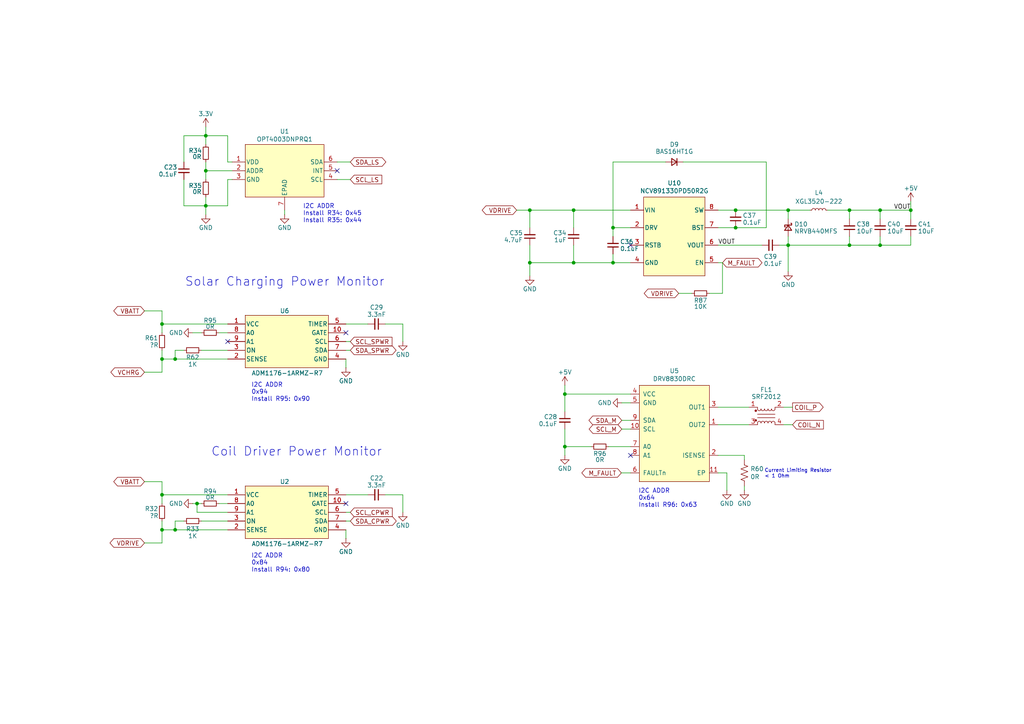
<source format=kicad_sch>
(kicad_sch (version 20231120) (generator "eeschema") (generator_version "8.0")
  (paper "A4")
  (lib_symbols
    (symbol "Device:C_Small" (pin_numbers hide) (pin_names (offset 0.254) hide)
      (property "Reference" "C" (at 0.254 1.778 0))
      (property "Value" "C_Small" (at 0.254 -2.032 0))
      (symbol "C_Small_0_1"
        (polyline (pts (xy -1.524 -0.508) (xy 1.524 -0.508)) (stroke (width 0.3302)))
        (polyline (pts (xy -1.524 0.508) (xy 1.524 0.508)) (stroke (width 0.3048)))
      )
      (symbol "C_Small_1_1"
        (pin passive line (at 0 2.54 270) (length 2.032) (name "~") (number "1"))
        (pin passive line (at 0 -2.54 90) (length 2.032) (name "~") (number "2"))
      )
    )
    (symbol "Device:D_Schottky_Small" (pin_numbers hide) (pin_names (offset 0.254) hide)
      (property "Reference" "D" (at -1.27 2.032 0))
      (property "Value" "D_Schottky_Small" (at -7.112 -2.032 0))
      (symbol "D_Schottky_Small_0_1"
        (polyline (pts (xy -0.762 0) (xy 0.762 0)))
        (polyline (pts (xy 0.762 -1.016) (xy -0.762 0) (xy 0.762 1.016) (xy 0.762 -1.016)) (stroke (width 0.254)))
        (polyline (pts (xy -1.27 0.762) (xy -1.27 1.016) (xy -0.762 1.016) (xy -0.762 -1.016) (xy -0.254 -1.016) (xy -0.254 -0.762)) (stroke (width 0.254)))
      )
      (symbol "D_Schottky_Small_1_1"
        (pin passive line (at -2.54 0 0) (length 1.778) (name "K") (number "1"))
        (pin passive line (at 2.54 0 180) (length 1.778) (name "A") (number "2"))
      )
    )
    (symbol "Device:D_Small" (pin_numbers hide) (pin_names (offset 0.254) hide)
      (property "Reference" "D" (at -1.27 2.032 0))
      (property "Value" "D_Small" (at -3.81 -2.032 0))
      (symbol "D_Small_0_1"
        (polyline (pts (xy -0.762 -1.016) (xy -0.762 1.016)) (stroke (width 0.254)))
        (polyline (pts (xy -0.762 0) (xy 0.762 0)))
        (polyline (pts (xy 0.762 -1.016) (xy -0.762 0) (xy 0.762 1.016) (xy 0.762 -1.016)) (stroke (width 0.254)))
      )
      (symbol "D_Small_1_1"
        (pin passive line (at -2.54 0 0) (length 1.778) (name "K") (number "1"))
        (pin passive line (at 2.54 0 180) (length 1.778) (name "A") (number "2"))
      )
    )
    (symbol "Device:Filter_EMI_CommonMode" (pin_names (offset 0.254) hide)
      (property "Reference" "FL" (at 0 4.445 0))
      (property "Value" "Filter_EMI_CommonMode" (at 0 -4.445 0))
      (symbol "Filter_EMI_CommonMode_0_1"
        (circle (center -3.048 -1.27) (radius 0.254) (fill (type outline)))
        (circle (center -3.048 1.524) (radius 0.254) (fill (type outline)))
        (arc (start -2.54 2.032) (mid -2.032 1.5262) (end -1.524 2.032))
        (arc (start -1.524 -2.032) (mid -2.032 -1.5262) (end -2.54 -2.032))
        (arc (start -1.524 2.032) (mid -1.016 1.5262) (end -0.508 2.032))
        (arc (start -0.508 -2.032) (mid -1.016 -1.5262) (end -1.524 -2.032))
        (arc (start -0.508 2.032) (mid 0 1.5262) (end 0.508 2.032))
        (polyline (pts (xy -2.54 -2.032) (xy -2.54 -2.54)))
        (polyline (pts (xy -2.54 0.508) (xy 2.54 0.508)))
        (polyline (pts (xy -2.54 2.032) (xy -2.54 2.54)))
        (polyline (pts (xy 2.54 -2.032) (xy 2.54 -2.54)))
        (polyline (pts (xy 2.54 -0.508) (xy -2.54 -0.508)))
        (polyline (pts (xy 2.54 2.54) (xy 2.54 2.032)))
        (arc (start 0.508 -2.032) (mid 0 -1.5262) (end -0.508 -2.032))
        (arc (start 0.508 2.032) (mid 1.016 1.5262) (end 1.524 2.032))
        (arc (start 1.524 -2.032) (mid 1.016 -1.5262) (end 0.508 -2.032))
        (arc (start 1.524 2.032) (mid 2.032 1.5262) (end 2.54 2.032))
        (arc (start 2.54 -2.032) (mid 2.032 -1.5262) (end 1.524 -2.032))
      )
      (symbol "Filter_EMI_CommonMode_1_1"
        (pin passive line (at -5.08 2.54 0) (length 2.54) (name "1") (number "1"))
        (pin passive line (at 5.08 2.54 180) (length 2.54) (name "2") (number "2"))
        (pin passive line (at -5.08 -2.54 0) (length 2.54) (name "3") (number "3"))
        (pin passive line (at 5.08 -2.54 180) (length 2.54) (name "4") (number "4"))
      )
    )
    (symbol "Device:L_Small" (pin_numbers hide) (pin_names (offset 0.254) hide)
      (property "Reference" "L" (at 0.762 1.016 0))
      (property "Value" "L_Small" (at 0.762 -1.016 0))
      (symbol "L_Small_0_1"
        (arc (start 0 -2.032) (mid 0.5058 -1.524) (end 0 -1.016))
        (arc (start 0 -1.016) (mid 0.5058 -0.508) (end 0 0))
        (arc (start 0 0) (mid 0.5058 0.508) (end 0 1.016))
        (arc (start 0 1.016) (mid 0.5058 1.524) (end 0 2.032))
      )
      (symbol "L_Small_1_1"
        (pin passive line (at 0 2.54 270) (length 0.508) (name "~") (number "1"))
        (pin passive line (at 0 -2.54 90) (length 0.508) (name "~") (number "2"))
      )
    )
    (symbol "Device:R_Small" (pin_numbers hide) (pin_names (offset 0.254) hide)
      (property "Reference" "R" (at 0.762 0.508 0))
      (property "Value" "R_Small" (at 0.762 -1.016 0))
      (symbol "R_Small_0_1"
        (rectangle (start -0.762 1.778) (end 0.762 -1.778) (stroke (width 0.2032)))
      )
      (symbol "R_Small_1_1"
        (pin passive line (at 0 2.54 270) (length 0.762) (name "~") (number "1"))
        (pin passive line (at 0 -2.54 90) (length 0.762) (name "~") (number "2"))
      )
    )
    (symbol "Device:R_US" (pin_numbers hide) (pin_names (offset 0))
      (property "Reference" "R" (at 2.54 0 90))
      (property "Value" "R_US" (at -2.54 0 90))
      (symbol "R_US_0_1"
        (polyline (pts (xy 0 -2.286) (xy 0 -2.54)))
        (polyline (pts (xy 0 2.286) (xy 0 2.54)))
        (polyline (pts (xy 0 -0.762) (xy 1.016 -1.143) (xy 0 -1.524) (xy -1.016 -1.905) (xy 0 -2.286)))
        (polyline (pts (xy 0 0.762) (xy 1.016 0.381) (xy 0 0) (xy -1.016 -0.381) (xy 0 -0.762)))
        (polyline (pts (xy 0 2.286) (xy 1.016 1.905) (xy 0 1.524) (xy -1.016 1.143) (xy 0 0.762)))
      )
      (symbol "R_US_1_1"
        (pin passive line (at 0 3.81 270) (length 1.27) (name "~") (number "1"))
        (pin passive line (at 0 -3.81 90) (length 1.27) (name "~") (number "2"))
      )
    )
    (symbol "Mainboard:ADM1176-1ARMZ-R7" (pin_names (offset 0.254))
      (property "Reference" "U9" (at 0 8.89 0))
      (property "Value" "ADM1176-1ARMZ-R7" (at 0.762 -9.144 0))
      (symbol "ADM1176-1ARMZ-R7_1_0"
        (pin unspecified line (at -16.51 5.08 0) (length 5.08) (name "VCC") (number "1"))
        (pin unspecified line (at 17.78 2.54 180) (length 5.08) (name "GATE") (number "10"))
        (pin unspecified line (at -16.51 -5.08 0) (length 5.08) (name "SENSE") (number "2"))
        (pin unspecified line (at -16.51 -2.54 0) (length 5.08) (name "ON") (number "3"))
        (pin unspecified line (at 17.78 -5.08 180) (length 5.08) (name "GND") (number "4"))
        (pin unspecified line (at 17.78 5.08 180) (length 5.08) (name "TIMER") (number "5"))
        (pin unspecified line (at 17.78 0 180) (length 5.08) (name "SCL") (number "6"))
        (pin unspecified line (at 17.78 -2.54 180) (length 5.08) (name "SDA") (number "7"))
        (pin unspecified line (at -16.51 2.54 0) (length 5.08) (name "A0") (number "8"))
        (pin unspecified line (at -16.51 0 0) (length 5.08) (name "A1") (number "9"))
      )
      (symbol "ADM1176-1ARMZ-R7_1_1"
        (rectangle (start -11.43 7.62) (end 12.7 -7.62) (fill (type background)))
      )
    )
    (symbol "SolarPanels:NCV891330PD50R2G" (pin_names (offset 0.254))
      (property "Reference" "U" (at 0 16.256 0))
      (property "Value" "NCV891330PD50R2G" (at 0 13.208 0))
      (symbol "NCV891330PD50R2G_1_1"
        (rectangle (start -8.89 11.43) (end 8.89 -11.43) (fill (type background)))
        (pin input line (at -12.7 7.62 0) (length 3.81) (name "VIN") (number "1"))
        (pin output line (at -12.7 2.54 0) (length 3.81) (name "DRV") (number "2"))
        (pin output line (at -12.7 -2.54 0) (length 3.81) (name "RSTB") (number "3"))
        (pin power_in line (at -12.7 -7.62 0) (length 3.81) (name "GND") (number "4"))
        (pin input line (at 12.7 -7.62 180) (length 3.81) (name "EN") (number "5"))
        (pin output line (at 12.7 -2.54 180) (length 3.81) (name "VOUT") (number "6"))
        (pin input line (at 12.7 2.54 180) (length 3.81) (name "BST") (number "7"))
        (pin output line (at 12.7 7.62 180) (length 3.81) (name "SW") (number "8"))
        (pin power_in line (at -12.7 -7.62 0) (length 3.81) hide (name "GND") (number "9"))
      )
    )
    (symbol "SolarPanels:OPT4003DNPRQ1" (pin_names (offset 0.254))
      (property "Reference" "U" (at 0 11.938 0))
      (property "Value" "OPT4003DNPRQ1" (at 0 9.398 0))
      (symbol "OPT4003DNPRQ1_1_1"
        (rectangle (start -11.43 7.62) (end 11.43 -7.62) (fill (type background)))
        (pin input line (at -15.24 2.54 0) (length 3.81) (name "VDD") (number "1"))
        (pin input line (at -15.24 0 0) (length 3.81) (name "ADDR") (number "2"))
        (pin power_in line (at -15.24 -2.54 0) (length 3.81) (name "GND") (number "3"))
        (pin input line (at 15.24 -2.54 180) (length 3.81) (name "SCL") (number "4"))
        (pin bidirectional line (at 15.24 0 180) (length 3.81) (name "INT") (number "5"))
        (pin bidirectional line (at 15.24 2.54 180) (length 3.81) (name "SDA") (number "6"))
        (pin power_out line (at 0 -11.43 90) (length 3.81) (name "EPAD") (number "7"))
      )
    )
    (symbol "mainboard:DRV8830DRC" (pin_names (offset 1.016))
      (property "Reference" "U" (at -8.89 15.24 0))
      (property "Value" "DRV8830DRC" (at -3.81 -15.24 0))
      (symbol "DRV8830DRC_0_1"
        (rectangle (start -10.16 13.97) (end 10.16 -13.97) (fill (type background)))
      )
      (symbol "DRV8830DRC_1_1"
        (pin passive line (at 12.7 2.54 180) (length 2.54) (name "OUT2") (number "1"))
        (pin passive line (at -12.7 1.27 0) (length 2.54) (name "SCL") (number "10"))
        (pin power_in line (at 12.7 -11.43 180) (length 2.54) (name "EP") (number "11"))
        (pin passive line (at 12.7 -6.35 180) (length 2.54) (name "ISENSE") (number "2"))
        (pin passive line (at 12.7 7.62 180) (length 2.54) (name "OUT1") (number "3"))
        (pin power_in line (at -12.7 11.43 0) (length 2.54) (name "VCC") (number "4"))
        (pin power_in line (at -12.7 8.89 0) (length 2.54) (name "GND") (number "5"))
        (pin open_collector line (at -12.7 -11.43 0) (length 2.54) (name "FAULTn") (number "6"))
        (pin passive line (at -12.7 -3.81 0) (length 2.54) (name "A0") (number "7"))
        (pin passive line (at -12.7 -6.35 0) (length 2.54) (name "A1") (number "8"))
        (pin passive line (at -12.7 3.81 0) (length 2.54) (name "SDA") (number "9"))
      )
    )
    (symbol "power:+3.3V" (power) (pin_numbers hide) (pin_names (offset 0) hide)
      (property "Value" "+3.3V" (at 0 3.556 0))
      (symbol "+3.3V_0_1"
        (polyline (pts (xy -0.762 1.27) (xy 0 2.54)))
        (polyline (pts (xy 0 0) (xy 0 2.54)))
        (polyline (pts (xy 0 2.54) (xy 0.762 1.27)))
      )
      (symbol "+3.3V_1_1"
        (pin power_in line (at 0 0 90) (length 0) (name "~") (number "1"))
      )
    )
    (symbol "power:+5V" (power) (pin_numbers hide) (pin_names (offset 0) hide)
      (property "Value" "+5V" (at 0 3.556 0))
      (symbol "+5V_0_1"
        (polyline (pts (xy -0.762 1.27) (xy 0 2.54)))
        (polyline (pts (xy 0 0) (xy 0 2.54)))
        (polyline (pts (xy 0 2.54) (xy 0.762 1.27)))
      )
      (symbol "+5V_1_1"
        (pin power_in line (at 0 0 90) (length 0) (name "~") (number "1"))
      )
    )
    (symbol "power:GND" (power) (pin_numbers hide) (pin_names (offset 0) hide)
      (property "Value" "GND" (at 0 -3.81 0))
      (symbol "GND_0_1"
        (polyline (pts (xy 0 0) (xy 0 -1.27) (xy 1.27 -1.27) (xy 0 -2.54) (xy -1.27 -1.27) (xy 0 -1.27)))
      )
      (symbol "GND_1_1"
        (pin power_in line (at 0 0 270) (length 0) (name "~") (number "1"))
      )
    )
  )
  (junction (at 228.6 60.96))
  (junction (at 57.15 146.05))
  (junction (at 46.99 143.51))
  (junction (at 46.99 153.67))
  (junction (at 163.83 129.54))
  (junction (at 255.27 71.12))
  (junction (at 255.27 60.96))
  (junction (at 177.8 76.2))
  (junction (at 46.99 93.98))
  (junction (at 50.8 104.14))
  (junction (at 213.36 66.04))
  (junction (at 163.83 114.3))
  (junction (at 246.38 60.96))
  (junction (at 246.38 71.12))
  (junction (at 59.69 39.37))
  (junction (at 177.8 66.04))
  (junction (at 59.69 49.53))
  (junction (at 46.99 104.14))
  (junction (at 153.67 60.96))
  (junction (at 50.8 153.67))
  (junction (at 213.36 60.96))
  (junction (at 166.37 60.96))
  (junction (at 166.37 76.2))
  (junction (at 59.69 59.69))
  (junction (at 153.67 76.2))
  (junction (at 264.16 60.96))
  (junction (at 228.6 71.12))
  (no_connect (at 100.33 96.52))
  (no_connect (at 97.79 49.53))
  (no_connect (at 100.33 146.05))
  (no_connect (at 182.88 132.08))
  (no_connect (at 66.04 99.06))
  (no_connect (at 182.88 71.12))
  (wire (pts (xy 208.28 137.16) (xy 210.82 137.16)))
  (wire (pts (xy 177.8 76.2) (xy 166.37 76.2)))
  (wire (pts (xy 66.04 101.6) (xy 58.42 101.6)))
  (wire (pts (xy 166.37 60.96) (xy 153.67 60.96)))
  (wire (pts (xy 66.04 39.37) (xy 59.69 39.37)))
  (wire (pts (xy 59.69 57.15) (xy 59.69 59.69)))
  (wire (pts (xy 53.34 59.69) (xy 59.69 59.69)))
  (wire (pts (xy 227.33 123.19) (xy 229.87 123.19)))
  (wire (pts (xy 57.15 148.59) (xy 66.04 148.59)))
  (wire (pts (xy 153.67 76.2) (xy 153.67 80.01)))
  (wire (pts (xy 166.37 71.12) (xy 166.37 76.2)))
  (wire (pts (xy 177.8 46.99) (xy 193.04 46.99)))
  (wire (pts (xy 100.33 143.51) (xy 106.68 143.51)))
  (wire (pts (xy 208.28 118.11) (xy 217.17 118.11)))
  (wire (pts (xy 163.83 114.3) (xy 163.83 119.38)))
  (wire (pts (xy 163.83 111.76) (xy 163.83 114.3)))
  (wire (pts (xy 255.27 60.96) (xy 246.38 60.96)))
  (wire (pts (xy 55.88 96.52) (xy 58.42 96.52)))
  (wire (pts (xy 213.36 60.96) (xy 228.6 60.96)))
  (wire (pts (xy 59.69 62.23) (xy 59.69 59.69)))
  (wire (pts (xy 222.25 66.04) (xy 213.36 66.04)))
  (wire (pts (xy 177.8 66.04) (xy 177.8 46.99)))
  (wire (pts (xy 246.38 60.96) (xy 246.38 63.5)))
  (wire (pts (xy 228.6 60.96) (xy 228.6 63.5)))
  (wire (pts (xy 264.16 68.58) (xy 264.16 71.12)))
  (wire (pts (xy 46.99 153.67) (xy 50.8 153.67)))
  (wire (pts (xy 59.69 39.37) (xy 59.69 41.91)))
  (wire (pts (xy 264.16 63.5) (xy 264.16 60.96)))
  (wire (pts (xy 182.88 76.2) (xy 177.8 76.2)))
  (wire (pts (xy 209.55 76.2) (xy 208.28 76.2)))
  (wire (pts (xy 116.84 143.51) (xy 116.84 148.59)))
  (wire (pts (xy 228.6 60.96) (xy 234.95 60.96)))
  (wire (pts (xy 208.28 123.19) (xy 217.17 123.19)))
  (wire (pts (xy 57.15 146.05) (xy 57.15 148.59)))
  (wire (pts (xy 50.8 104.14) (xy 66.04 104.14)))
  (wire (pts (xy 163.83 114.3) (xy 182.88 114.3)))
  (wire (pts (xy 46.99 93.98) (xy 46.99 96.52)))
  (wire (pts (xy 50.8 151.13) (xy 50.8 153.67)))
  (wire (pts (xy 228.6 78.74) (xy 228.6 71.12)))
  (wire (pts (xy 215.9 132.08) (xy 215.9 133.35)))
  (wire (pts (xy 208.28 132.08) (xy 215.9 132.08)))
  (wire (pts (xy 53.34 52.07) (xy 53.34 59.69)))
  (wire (pts (xy 153.67 71.12) (xy 153.67 76.2)))
  (wire (pts (xy 41.91 139.7) (xy 46.99 139.7)))
  (wire (pts (xy 50.8 153.67) (xy 66.04 153.67)))
  (wire (pts (xy 255.27 71.12) (xy 246.38 71.12)))
  (wire (pts (xy 205.74 85.09) (xy 209.55 85.09)))
  (wire (pts (xy 209.55 76.2) (xy 209.55 85.09)))
  (wire (pts (xy 182.88 66.04) (xy 177.8 66.04)))
  (wire (pts (xy 153.67 60.96) (xy 153.67 66.04)))
  (wire (pts (xy 46.99 93.98) (xy 46.99 90.17)))
  (wire (pts (xy 116.84 143.51) (xy 111.76 143.51)))
  (wire (pts (xy 100.33 156.21) (xy 100.33 153.67)))
  (wire (pts (xy 163.83 129.54) (xy 163.83 132.08)))
  (wire (pts (xy 246.38 71.12) (xy 228.6 71.12)))
  (wire (pts (xy 66.04 52.07) (xy 67.31 52.07)))
  (wire (pts (xy 46.99 143.51) (xy 66.04 143.51)))
  (wire (pts (xy 255.27 60.96) (xy 264.16 60.96)))
  (wire (pts (xy 59.69 39.37) (xy 53.34 39.37)))
  (wire (pts (xy 100.33 106.68) (xy 100.33 104.14)))
  (wire (pts (xy 46.99 143.51) (xy 46.99 146.05)))
  (wire (pts (xy 46.99 104.14) (xy 46.99 107.95)))
  (wire (pts (xy 182.88 116.84) (xy 180.34 116.84)))
  (wire (pts (xy 97.79 46.99) (xy 101.6 46.99)))
  (wire (pts (xy 180.213 137.16) (xy 182.88 137.16)))
  (wire (pts (xy 46.99 104.14) (xy 50.8 104.14)))
  (wire (pts (xy 53.34 101.6) (xy 50.8 101.6)))
  (wire (pts (xy 63.5 96.52) (xy 66.04 96.52)))
  (wire (pts (xy 101.6 148.59) (xy 100.33 148.59)))
  (wire (pts (xy 59.69 49.53) (xy 59.69 52.07)))
  (wire (pts (xy 255.27 71.12) (xy 264.16 71.12)))
  (wire (pts (xy 101.6 99.06) (xy 100.33 99.06)))
  (wire (pts (xy 41.91 157.48) (xy 46.99 157.48)))
  (wire (pts (xy 82.55 62.23) (xy 82.55 60.96)))
  (wire (pts (xy 46.99 151.13) (xy 46.99 153.67)))
  (wire (pts (xy 55.88 146.05) (xy 57.15 146.05)))
  (wire (pts (xy 53.34 39.37) (xy 53.34 46.99)))
  (wire (pts (xy 198.12 46.99) (xy 222.25 46.99)))
  (wire (pts (xy 176.53 129.54) (xy 182.88 129.54)))
  (wire (pts (xy 50.8 101.6) (xy 50.8 104.14)))
  (wire (pts (xy 246.38 68.58) (xy 246.38 71.12)))
  (wire (pts (xy 41.91 90.17) (xy 46.99 90.17)))
  (wire (pts (xy 97.79 52.07) (xy 101.6 52.07)))
  (wire (pts (xy 227.33 118.11) (xy 229.87 118.11)))
  (wire (pts (xy 46.99 153.67) (xy 46.99 157.48)))
  (wire (pts (xy 66.04 46.99) (xy 66.04 39.37)))
  (wire (pts (xy 215.9 140.97) (xy 215.9 142.24)))
  (wire (pts (xy 163.83 124.46) (xy 163.83 129.54)))
  (wire (pts (xy 41.91 107.95) (xy 46.99 107.95)))
  (wire (pts (xy 46.99 93.98) (xy 66.04 93.98)))
  (wire (pts (xy 240.03 60.96) (xy 246.38 60.96)))
  (wire (pts (xy 196.85 85.09) (xy 200.66 85.09)))
  (wire (pts (xy 149.86 60.96) (xy 153.67 60.96)))
  (wire (pts (xy 46.99 143.51) (xy 46.99 139.7)))
  (wire (pts (xy 166.37 60.96) (xy 166.37 66.04)))
  (wire (pts (xy 66.04 59.69) (xy 59.69 59.69)))
  (wire (pts (xy 67.31 46.99) (xy 66.04 46.99)))
  (wire (pts (xy 59.69 36.83) (xy 59.69 39.37)))
  (wire (pts (xy 116.84 93.98) (xy 116.84 99.06)))
  (wire (pts (xy 226.06 71.12) (xy 228.6 71.12)))
  (wire (pts (xy 58.42 151.13) (xy 66.04 151.13)))
  (wire (pts (xy 182.88 60.96) (xy 166.37 60.96)))
  (wire (pts (xy 182.88 121.92) (xy 180.34 121.92)))
  (wire (pts (xy 182.88 124.46) (xy 180.34 124.46)))
  (wire (pts (xy 264.16 58.42) (xy 264.16 60.96)))
  (wire (pts (xy 222.25 46.99) (xy 222.25 66.04)))
  (wire (pts (xy 255.27 68.58) (xy 255.27 71.12)))
  (wire (pts (xy 63.5 146.05) (xy 66.04 146.05)))
  (wire (pts (xy 163.83 129.54) (xy 171.45 129.54)))
  (wire (pts (xy 100.33 93.98) (xy 106.68 93.98)))
  (wire (pts (xy 213.36 66.04) (xy 208.28 66.04)))
  (wire (pts (xy 228.6 71.12) (xy 228.6 68.58)))
  (wire (pts (xy 59.69 49.53) (xy 67.31 49.53)))
  (wire (pts (xy 210.82 137.16) (xy 210.82 142.24)))
  (wire (pts (xy 53.34 151.13) (xy 50.8 151.13)))
  (wire (pts (xy 46.99 101.6) (xy 46.99 104.14)))
  (wire (pts (xy 166.37 76.2) (xy 153.67 76.2)))
  (wire (pts (xy 177.8 73.66) (xy 177.8 76.2)))
  (wire (pts (xy 255.27 60.96) (xy 255.27 63.5)))
  (wire (pts (xy 208.28 60.96) (xy 213.36 60.96)))
  (wire (pts (xy 116.84 93.98) (xy 111.76 93.98)))
  (wire (pts (xy 177.8 66.04) (xy 177.8 68.58)))
  (wire (pts (xy 208.28 71.12) (xy 220.98 71.12)))
  (wire (pts (xy 101.6 101.6) (xy 100.33 101.6)))
  (wire (pts (xy 59.69 49.53) (xy 59.69 46.99)))
  (wire (pts (xy 58.42 146.05) (xy 57.15 146.05)))
  (wire (pts (xy 101.6 151.13) (xy 100.33 151.13)))
  (wire (pts (xy 66.04 52.07) (xy 66.04 59.69)))
  (text "Solar Charging Power Monitor" (at 53.594 83.312 0) (effects (font (size 2.54 2.54)) (justify left bottom)))
  (text "I2C ADDR\nInstall R34: 0x45\nInstall R35: 0x44" (at 87.884 64.77 0) (effects (font (size 1.27 1.27)) (justify left bottom)))
  (text "Coil Driver Power Monitor" (at 61.214 132.588 0) (effects (font (size 2.54 2.54)) (justify left bottom)))
  (text "Current Limiting Resistor\n< 1 Ohm" (at 221.742 138.811 0) (effects (font (size 1.016 1.016)) (justify left bottom)))
  (text "I2C ADDR\n0x94\nInstall R95: 0x90" (at 72.898 116.586 0) (effects (font (size 1.27 1.27)) (justify left bottom)))
  (text "I2C ADDR\n0x84\nInstall R94: 0x80" (at 72.898 166.116 0) (effects (font (size 1.27 1.27)) (justify left bottom)))
  (text "I2C ADDR\n0x64\nInstall R96: 0x63" (at 185.166 147.32 0) (effects (font (size 1.27 1.27)) (justify left bottom)))
  (label "VOUT" (at 208.28 71.12 0))
  (label "VOUT" (at 264.16 60.96 180))
  (global_label "SDA_CPWR" (shape bidirectional) (at 101.6 151.13 0) (property "Intersheetrefs" "${INTERSHEET_REFS}" (effects (hide yes))))
  (global_label "SDA_LS" (shape bidirectional) (at 101.6 46.99 0) (property "Intersheetrefs" "${INTERSHEET_REFS}" (effects (hide yes))))
  (global_label "SCL_M" (shape bidirectional) (at 180.34 124.46 180) (property "Intersheetrefs" "${INTERSHEET_REFS}" (effects (hide yes))))
  (global_label "VBATT" (shape bidirectional) (at 41.91 90.17 180) (property "Intersheetrefs" "${INTERSHEET_REFS}" (effects (hide yes))))
  (global_label "SCL_SPWR" (shape input) (at 101.6 99.06 0) (property "Intersheetrefs" "${INTERSHEET_REFS}" (effects (hide yes))))
  (global_label "M_FAULT" (shape bidirectional) (at 180.213 137.16 180) (property "Intersheetrefs" "${INTERSHEET_REFS}" (effects (hide yes))))
  (global_label "SCL_LS" (shape input) (at 101.6 52.07 0) (property "Intersheetrefs" "${INTERSHEET_REFS}" (effects (hide yes))))
  (global_label "VDRIVE" (shape bidirectional) (at 149.86 60.96 180) (property "Intersheetrefs" "${INTERSHEET_REFS}" (effects (hide yes))))
  (global_label "COIL_N" (shape input) (at 229.87 123.19 0) (property "Intersheetrefs" "${INTERSHEET_REFS}" (effects (hide yes))))
  (global_label "VCHRG" (shape bidirectional) (at 41.91 107.95 180) (property "Intersheetrefs" "${INTERSHEET_REFS}" (effects (hide yes))))
  (global_label "SDA_SPWR" (shape bidirectional) (at 101.6 101.6 0) (property "Intersheetrefs" "${INTERSHEET_REFS}" (effects (hide yes))))
  (global_label "SCL_CPWR" (shape input) (at 101.6 148.59 0) (property "Intersheetrefs" "${INTERSHEET_REFS}" (effects (hide yes))))
  (global_label "VDRIVE" (shape bidirectional) (at 196.85 85.09 180) (property "Intersheetrefs" "${INTERSHEET_REFS}" (effects (hide yes))))
  (global_label "SDA_M" (shape bidirectional) (at 180.34 121.92 180) (property "Intersheetrefs" "${INTERSHEET_REFS}" (effects (hide yes))))
  (global_label "VBATT" (shape bidirectional) (at 41.91 139.7 180) (property "Intersheetrefs" "${INTERSHEET_REFS}" (effects (hide yes))))
  (global_label "VDRIVE" (shape bidirectional) (at 41.91 157.48 180) (property "Intersheetrefs" "${INTERSHEET_REFS}" (effects (hide yes))))
  (global_label "M_FAULT" (shape bidirectional) (at 209.55 76.2 0) (property "Intersheetrefs" "${INTERSHEET_REFS}" (effects (hide yes))))
  (global_label "COIL_P" (shape output) (at 229.87 118.11 0) (property "Intersheetrefs" "${INTERSHEET_REFS}" (effects (hide yes))))
  (symbol (lib_id "Device:Filter_EMI_CommonMode") (at 222.25 120.65 0) (unit 1)
    (property "Reference" "FL1" (at 222.25 113.03 0))
    (property "Value" "SRF2012" (at 222.25 115.062 0))
    (property "Footprint" "SolarPanels:SRF2012" (effects (hide yes)))
  )
  (symbol (lib_id "power:GND") (at 55.88 96.52 270) (unit 1)
    (property "Reference" "#PWR059" (effects (hide yes)))
    (property "Value" "GND" (at 51.054 96.52 90))
    (property "Description" "Power symbol creates a global label with name \"GND\" , ground" (effects (hide yes)))
  )
  (symbol (lib_id "Device:C_Small") (at 264.16 66.04 0) (mirror x) (unit 1)
    (property "Reference" "C41" (at 266.192 65.024 0) (effects (justify left)))
    (property "Value" "10uF" (at 266.192 67.056 0) (effects (justify left)))
    (property "Footprint" "Capacitor_SMD:C_1206_3216Metric" (effects (hide yes)))
    (property "Description" "Unpolarized capacitor, small symbol" (effects (hide yes)))
  )
  (symbol (lib_id "SolarPanels:OPT4003DNPRQ1") (at 82.55 49.53 0) (unit 1)
    (property "Reference" "U1" (at 82.55 38.1 0))
    (property "Value" "OPT4003DNPRQ1" (at 82.55 40.386 0))
    (property "Footprint" "SolarPanels:OPT4003" (effects (hide yes)))
    (property "Datasheet" "OPT4003DNPRQ1" (effects (hide yes)))
  )
  (symbol (lib_id "power:GND") (at 59.69 62.23 0) (unit 1)
    (property "Reference" "#PWR016" (effects (hide yes)))
    (property "Value" "GND" (at 59.69 66.04 0))
    (property "Description" "Power symbol creates a global label with name \"GND\" , ground" (effects (hide yes)))
  )
  (symbol (lib_id "power:GND") (at 153.67 80.01 0) (unit 1)
    (property "Reference" "#PWR051" (effects (hide yes)))
    (property "Value" "GND" (at 153.67 83.82 0))
  )
  (symbol (lib_id "power:+5V") (at 163.83 111.76 0) (unit 1)
    (property "Reference" "#PWR050" (effects (hide yes)))
    (property "Value" "+5V" (at 163.83 107.95 0))
    (property "Description" "Power symbol creates a global label with name \"+5V\"" (effects (hide yes)))
  )
  (symbol (lib_id "power:GND") (at 55.88 146.05 270) (unit 1)
    (property "Reference" "#PWR058" (effects (hide yes)))
    (property "Value" "GND" (at 51.054 146.05 90))
    (property "Description" "Power symbol creates a global label with name \"GND\" , ground" (effects (hide yes)))
  )
  (symbol (lib_id "Device:C_Small") (at 109.22 143.51 270) (unit 1)
    (property "Reference" "C22" (at 109.22 138.684 90))
    (property "Value" "3.3nF" (at 109.22 140.7414 90))
    (property "Footprint" "Capacitor_SMD:C_0603_1608Metric" (effects (hide yes)))
    (property "Description" "3.3nF +-10% 100V X7R 0603" (effects (hide yes)))
  )
  (symbol (lib_id "Device:R_Small") (at 46.99 99.06 0) (mirror x) (unit 1)
    (property "Reference" "R61" (at 43.942 98.044 0))
    (property "Value" "?R" (at 44.704 100.076 0))
    (property "Footprint" "Resistor_SMD:R_2512_6332Metric" (effects (hide yes)))
    (property "Description" "Resistor, small symbol" (effects (hide yes)))
  )
  (symbol (lib_id "Device:R_Small") (at 46.99 148.59 0) (mirror x) (unit 1)
    (property "Reference" "R32" (at 43.942 147.574 0))
    (property "Value" "?R" (at 44.704 149.606 0))
    (property "Footprint" "Resistor_SMD:R_2512_6332Metric" (effects (hide yes)))
    (property "Description" "Resistor, small symbol" (effects (hide yes)))
  )
  (symbol (lib_id "power:GND") (at 116.84 99.06 0) (unit 1)
    (property "Reference" "#PWR034" (effects (hide yes)))
    (property "Value" "GND" (at 116.84 102.87 0))
    (property "Description" "Power symbol creates a global label with name \"GND\" , ground" (effects (hide yes)))
  )
  (symbol (lib_id "power:GND") (at 228.6 78.74 0) (unit 1)
    (property "Reference" "#PWR052" (effects (hide yes)))
    (property "Value" "GND" (at 228.6 82.55 0))
  )
  (symbol (lib_id "power:GND") (at 215.9 142.24 0) (unit 1)
    (property "Reference" "#PWR033" (effects (hide yes)))
    (property "Value" "GND" (at 215.9 146.05 0))
  )
  (symbol (lib_id "mainboard:DRV8830DRC") (at 195.58 125.73 0) (unit 1)
    (property "Reference" "U5" (at 195.58 107.569 0))
    (property "Value" "DRV8830DRC" (at 195.58 109.8804 0))
    (property "Footprint" "Package_SON:VSON-10-1EP_3x3mm_P0.5mm_EP1.65x2.4mm" (effects (hide yes)))
  )
  (symbol (lib_id "Device:C_Small") (at 109.22 93.98 270) (unit 1)
    (property "Reference" "C29" (at 109.22 89.154 90))
    (property "Value" "3.3nF" (at 109.22 91.2114 90))
    (property "Footprint" "Capacitor_SMD:C_0603_1608Metric" (effects (hide yes)))
    (property "Description" "3.3nF +-10% 100V X7R 0603" (effects (hide yes)))
  )
  (symbol (lib_id "power:+5V") (at 264.16 58.42 0) (unit 1)
    (property "Reference" "#PWR053" (effects (hide yes)))
    (property "Value" "+5V" (at 264.16 54.61 0))
    (property "Description" "Power symbol creates a global label with name \"+5V\"" (effects (hide yes)))
  )
  (symbol (lib_id "Device:R_Small") (at 60.96 96.52 90) (mirror x) (unit 1)
    (property "Reference" "R95" (at 60.96 92.964 90))
    (property "Value" "0R" (at 60.96 94.742 90))
    (property "Footprint" "Resistor_SMD:R_0603_1608Metric" (effects (hide yes)))
    (property "Description" "Resistor, small symbol" (effects (hide yes)))
  )
  (symbol (lib_id "Device:C_Small") (at 153.67 68.58 180) (unit 1)
    (property "Reference" "C35" (at 151.638 67.564 0) (effects (justify left)))
    (property "Value" "4.7uF" (at 151.638 69.596 0) (effects (justify left)))
    (property "Footprint" "Capacitor_SMD:C_1210_3225Metric" (effects (hide yes)))
    (property "Description" "Unpolarized capacitor, small symbol" (effects (hide yes)))
  )
  (symbol (lib_id "power:GND") (at 100.33 106.68 0) (unit 1)
    (property "Reference" "#PWR030" (effects (hide yes)))
    (property "Value" "GND" (at 100.33 110.49 0))
    (property "Description" "Power symbol creates a global label with name \"GND\" , ground" (effects (hide yes)))
  )
  (symbol (lib_id "Device:D_Schottky_Small") (at 228.6 66.04 270) (unit 1)
    (property "Reference" "D10" (at 230.378 65.024 90) (effects (justify left)))
    (property "Value" "NRVB440MFS" (at 230.378 67.056 90) (effects (justify left)))
    (property "Footprint" "SolarPanels:NRVB440MFSWFT1G" (effects (hide yes)))
    (property "Description" "Schottky diode, small symbol" (effects (hide yes)))
  )
  (symbol (lib_id "Device:R_Small") (at 55.88 151.13 90) (mirror x) (unit 1)
    (property "Reference" "R33" (at 55.88 153.416 90))
    (property "Value" "1K" (at 55.88 155.448 90))
    (property "Footprint" "Resistor_SMD:R_0603_1608Metric" (effects (hide yes)))
    (property "Description" "Resistor, small symbol" (effects (hide yes)))
  )
  (symbol (lib_id "Device:C_Small") (at 246.38 66.04 0) (mirror x) (unit 1)
    (property "Reference" "C38" (at 248.412 65.024 0) (effects (justify left)))
    (property "Value" "10uF" (at 248.412 67.056 0) (effects (justify left)))
    (property "Footprint" "Capacitor_SMD:C_1206_3216Metric" (effects (hide yes)))
    (property "Description" "Unpolarized capacitor, small symbol" (effects (hide yes)))
  )
  (symbol (lib_id "Device:R_Small") (at 55.88 101.6 90) (mirror x) (unit 1)
    (property "Reference" "R62" (at 55.88 103.632 90))
    (property "Value" "1K" (at 55.88 105.664 90))
    (property "Footprint" "Resistor_SMD:R_0603_1608Metric" (effects (hide yes)))
    (property "Description" "Resistor, small symbol" (effects (hide yes)))
  )
  (symbol (lib_id "Device:C_Small") (at 163.83 121.92 0) (unit 1)
    (property "Reference" "C28" (at 157.734 120.904 0) (effects (justify left)))
    (property "Value" "0.1uF" (at 156.21 122.936 0) (effects (justify left)))
    (property "Footprint" "Capacitor_SMD:C_0805_2012Metric" (effects (hide yes)))
  )
  (symbol (lib_id "Device:L_Small") (at 237.49 60.96 90) (unit 1)
    (property "Reference" "L4" (at 237.49 55.88 90))
    (property "Value" "XGL3520-222" (at 237.49 58.42 90))
    (property "Footprint" "SolarPanels:XGL3520" (effects (hide yes)))
    (property "Description" "Inductor, small symbol" (effects (hide yes)))
  )
  (symbol (lib_id "SolarPanels:NCV891330PD50R2G") (at 195.58 68.58 0) (unit 1)
    (property "Reference" "U10" (at 195.58 53.086 0))
    (property "Value" "NCV891330PD50R2G" (at 195.58 55.372 0))
    (property "Footprint" "Package_SO:SOIC-8-1EP_3.9x4.9mm_P1.27mm_EP2.514x3.2mm" (effects (hide yes)))
  )
  (symbol (lib_id "Mainboard:ADM1176-1ARMZ-R7") (at 82.55 99.06 0) (unit 1)
    (property "Reference" "U6" (at 82.55 90.17 0))
    (property "Value" "ADM1176-1ARMZ-R7" (at 83.312 108.204 0))
    (property "Footprint" "Package_SO:MSOP-10_3x3mm_P0.5mm" (effects (hide yes)))
    (property "Flight" "ADM1176-1ARMZ-R7" (effects (hide yes)))
    (property "Manufacturer_Name" "Analog Devices Inc." (effects (hide yes)))
    (property "Manufacturer_Part_Number" "ADM1176-1ARMZ-R7" (effects (hide yes)))
    (property "Proto" "ADM1176-1ARMZ-R7" (effects (hide yes)))
  )
  (symbol (lib_id "Mainboard:ADM1176-1ARMZ-R7") (at 82.55 148.59 0) (unit 1)
    (property "Reference" "U2" (at 82.55 139.7 0))
    (property "Value" "ADM1176-1ARMZ-R7" (at 83.312 157.734 0))
    (property "Footprint" "Package_SO:MSOP-10_3x3mm_P0.5mm" (effects (hide yes)))
    (property "Flight" "ADM1176-1ARMZ-R7" (effects (hide yes)))
    (property "Manufacturer_Name" "Analog Devices Inc." (effects (hide yes)))
    (property "Manufacturer_Part_Number" "ADM1176-1ARMZ-R7" (effects (hide yes)))
    (property "Proto" "ADM1176-1ARMZ-R7" (effects (hide yes)))
  )
  (symbol (lib_id "Device:C_Small") (at 177.8 71.12 0) (mirror x) (unit 1)
    (property "Reference" "C36" (at 179.832 70.104 0) (effects (justify left)))
    (property "Value" "0.1uF" (at 179.832 72.136 0) (effects (justify left)))
    (property "Footprint" "Capacitor_SMD:C_0603_1608Metric" (effects (hide yes)))
    (property "Description" "Unpolarized capacitor, small symbol" (effects (hide yes)))
  )
  (symbol (lib_id "Device:R_Small") (at 203.2 85.09 270) (mirror x) (unit 1)
    (property "Reference" "R87" (at 203.2 87.122 90))
    (property "Value" "10K" (at 203.2 88.9 90))
    (property "Footprint" "Resistor_SMD:R_0603_1608Metric" (effects (hide yes)))
    (property "Description" "Resistor, small symbol" (effects (hide yes)))
  )
  (symbol (lib_id "Device:R_Small") (at 173.99 129.54 90) (mirror x) (unit 1)
    (property "Reference" "R96" (at 173.99 131.572 90))
    (property "Value" "0R" (at 173.99 133.35 90))
    (property "Footprint" "Resistor_SMD:R_0603_1608Metric" (effects (hide yes)))
    (property "Description" "Resistor, small symbol" (effects (hide yes)))
  )
  (symbol (lib_id "power:GND") (at 82.55 62.23 0) (unit 1)
    (property "Reference" "#PWR01" (effects (hide yes)))
    (property "Value" "GND" (at 82.55 66.04 0))
    (property "Description" "Power symbol creates a global label with name \"GND\" , ground" (effects (hide yes)))
  )
  (symbol (lib_id "Device:R_Small") (at 59.69 44.45 0) (mirror x) (unit 1)
    (property "Reference" "R34" (at 56.642 43.688 0))
    (property "Value" "0R" (at 57.15 45.466 0))
    (property "Footprint" "Resistor_SMD:R_0402_1005Metric" (effects (hide yes)))
    (property "Description" "Resistor, small symbol" (effects (hide yes)))
  )
  (symbol (lib_id "power:GND") (at 163.83 132.08 0) (unit 1)
    (property "Reference" "#PWR029" (effects (hide yes)))
    (property "Value" "GND" (at 163.83 135.89 0))
  )
  (symbol (lib_id "power:GND") (at 116.84 148.59 0) (unit 1)
    (property "Reference" "#PWR015" (effects (hide yes)))
    (property "Value" "GND" (at 116.84 152.4 0))
    (property "Description" "Power symbol creates a global label with name \"GND\" , ground" (effects (hide yes)))
  )
  (symbol (lib_id "Device:C_Small") (at 223.52 71.12 270) (unit 1)
    (property "Reference" "C39" (at 221.488 74.422 90) (effects (justify left)))
    (property "Value" "0.1uF" (at 221.488 76.454 90) (effects (justify left)))
    (property "Footprint" "Capacitor_SMD:C_0603_1608Metric" (effects (hide yes)))
    (property "Description" "Unpolarized capacitor, small symbol" (effects (hide yes)))
  )
  (symbol (lib_id "Device:R_US") (at 215.9 137.16 180) (unit 1)
    (property "Reference" "R60" (at 217.6272 135.9916 0) (effects (justify right)))
    (property "Value" "0R" (at 217.6272 138.303 0) (effects (justify right)))
    (property "Footprint" "Resistor_SMD:R_0603_1608Metric" (effects (hide yes)))
  )
  (symbol (lib_id "Device:C_Small") (at 53.34 49.53 0) (unit 1)
    (property "Reference" "C23" (at 47.498 48.514 0) (effects (justify left)))
    (property "Value" "0.1uF" (at 45.974 50.546 0) (effects (justify left)))
    (property "Footprint" "Capacitor_SMD:C_0402_1005Metric" (effects (hide yes)))
    (property "Description" "Unpolarized capacitor, small symbol" (effects (hide yes)))
  )
  (symbol (lib_id "Device:C_Small") (at 255.27 66.04 0) (mirror x) (unit 1)
    (property "Reference" "C40" (at 257.302 65.024 0) (effects (justify left)))
    (property "Value" "10uF" (at 257.302 67.056 0) (effects (justify left)))
    (property "Footprint" "Capacitor_SMD:C_1206_3216Metric" (effects (hide yes)))
    (property "Description" "Unpolarized capacitor, small symbol" (effects (hide yes)))
  )
  (symbol (lib_id "power:+3.3V") (at 59.69 36.83 0) (unit 1)
    (property "Reference" "#PWR013" (effects (hide yes)))
    (property "Value" "3.3V" (at 59.69 33.02 0))
    (property "Description" "Power symbol creates a global label with name \"+3.3V\"" (effects (hide yes)))
  )
  (symbol (lib_id "Device:R_Small") (at 60.96 146.05 90) (mirror x) (unit 1)
    (property "Reference" "R94" (at 60.96 142.494 90))
    (property "Value" "0R" (at 60.96 144.272 90))
    (property "Footprint" "Resistor_SMD:R_0603_1608Metric" (effects (hide yes)))
    (property "Description" "Resistor, small symbol" (effects (hide yes)))
  )
  (symbol (lib_id "Device:C_Small") (at 213.36 63.5 0) (mirror x) (unit 1)
    (property "Reference" "C37" (at 215.392 62.484 0) (effects (justify left)))
    (property "Value" "0.1uF" (at 215.392 64.516 0) (effects (justify left)))
    (property "Footprint" "Capacitor_SMD:C_0603_1608Metric" (effects (hide yes)))
    (property "Description" "Unpolarized capacitor, small symbol" (effects (hide yes)))
  )
  (symbol (lib_id "Device:C_Small") (at 166.37 68.58 180) (unit 1)
    (property "Reference" "C34" (at 164.338 67.564 0) (effects (justify left)))
    (property "Value" "1uF" (at 164.338 69.596 0) (effects (justify left)))
    (property "Footprint" "Capacitor_SMD:C_0805_2012Metric" (effects (hide yes)))
    (property "Description" "Unpolarized capacitor, small symbol" (effects (hide yes)))
  )
  (symbol (lib_id "Device:R_Small") (at 59.69 54.61 0) (mirror x) (unit 1)
    (property "Reference" "R35" (at 56.642 53.848 0))
    (property "Value" "0R" (at 57.15 55.626 0))
    (property "Footprint" "Resistor_SMD:R_0402_1005Metric" (effects (hide yes)))
    (property "Description" "Resistor, small symbol" (effects (hide yes)))
  )
  (symbol (lib_id "power:GND") (at 180.34 116.84 270) (unit 1)
    (property "Reference" "#PWR031" (effects (hide yes)))
    (property "Value" "GND" (at 175.387 116.84 90))
  )
  (symbol (lib_id "Device:D_Small") (at 195.58 46.99 180) (unit 1)
    (property "Reference" "D9" (at 195.58 41.91 0))
    (property "Value" "BAS16HT1G" (at 195.58 43.942 0))
    (property "Footprint" "Diode_SMD:D_SOD-323" (effects (hide yes)))
    (property "Description" "Diode, small symbol" (effects (hide yes)))
    (property "Sim.Device" "D" (effects (hide yes)))
    (property "Sim.Pins" "1=K 2=A" (effects (hide yes)))
  )
  (symbol (lib_id "power:GND") (at 210.82 142.24 0) (unit 1)
    (property "Reference" "#PWR032" (effects (hide yes)))
    (property "Value" "GND" (at 210.82 146.05 0))
  )
  (symbol (lib_id "power:GND") (at 100.33 156.21 0) (unit 1)
    (property "Reference" "#PWR014" (effects (hide yes)))
    (property "Value" "GND" (at 100.33 160.02 0))
    (property "Description" "Power symbol creates a global label with name \"GND\" , ground" (effects (hide yes)))
  )
)
</source>
